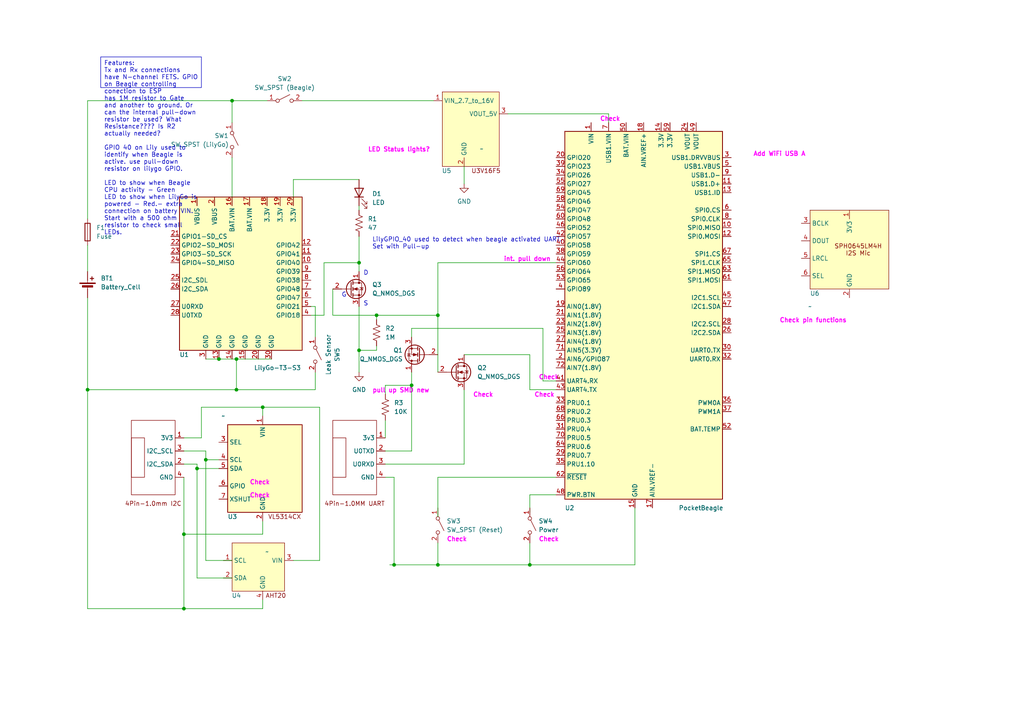
<source format=kicad_sch>
(kicad_sch (version 20230121) (generator eeschema)
  (paper "A4")
  (lib_symbols
    (symbol "AHT20_Temp_Humidity_Sensor_1"
      (property "Reference" "U6" (at 6.35 -5.5908 0))
      (property "Value" "~" (at 0 0 0))
      (symbol "AHT20_Temp_Humidity_Sensor_1_1_1"
        (rectangle (start -10.16 2.54) (end 5.08 -11.43) (fill (type background)))
        (text "AHT20" (at 2.54 -12.7 0) (effects (font (size 1.27 1.27))))
        (pin input line (at -12.7 -2.54 0) (length 2.54) (name "SCL") (number "1"))
        (pin input line (at -12.7 -7.62 0) (length 2.54) (name "SDA") (number "2"))
        (pin power_in line (at 7.62 -2.54 180) (length 2.54) (name "VIN") (number "3"))
        (pin power_in line (at -1.27 -13.97 90) (length 2.54) (name "GND") (number "4"))
      )
    )
    (symbol "Converter_DCDC:Pololu_5V_Step-Up_Voltage_Regulator_U3V16F5"
      (property "Reference" "U" (at -11.43 -6.35 0))
      (symbol "Pololu_5V_Step-Up_Voltage_Regulator_U3V16F5_1_1"
        (rectangle (start -11.43 16.51) (end 5.08 -5.08) (fill (type background)))
        (text "U3V16F5" (at 1.27 -6.35 0) (effects (font (size 1.27 1.27))))
        (pin power_in line (at -13.97 13.97 0) (length 2.54) (name "VIN_2.7_to_16V") (number "1"))
        (pin power_in line (at -5.08 -5.08 90) (length 2.54) (name "GND") (number "2"))
        (pin power_out line (at 7.62 10.16 180) (length 2.54) (name "VOUT_5V") (number "3"))
      )
    )
    (symbol "Device:Battery_Cell" (pin_numbers hide) (pin_names (offset 0) hide)
      (property "Reference" "BT" (at 2.54 2.54 0))
      (property "Value" "Battery_Cell" (at 2.54 0 0))
      (symbol "Battery_Cell_0_1"
        (rectangle (start -2.286 1.778) (end 2.286 1.524) (fill (type outline)))
        (rectangle (start -1.524 1.016) (end 1.524 0.508) (fill (type outline)))
        (polyline (pts (xy 0 0.762) (xy 0 0)))
        (polyline (pts (xy 0 1.778) (xy 0 2.54)))
        (polyline (pts (xy 0.762 3.048) (xy 1.778 3.048)) (stroke (width 0.254)))
        (polyline (pts (xy 1.27 3.556) (xy 1.27 2.54)) (stroke (width 0.254)))
      )
      (symbol "Battery_Cell_1_1"
        (pin passive line (at 0 5.08 270) (length 2.54) (name "+") (number "1"))
        (pin passive line (at 0 -2.54 90) (length 2.54) (name "-") (number "2"))
      )
    )
    (symbol "Device:Fuse" (pin_numbers hide) (pin_names (offset 0))
      (property "Reference" "F" (at 2.032 0 90))
      (property "Value" "Fuse" (at -1.905 0 90))
      (symbol "Fuse_0_1"
        (rectangle (start -0.762 -2.54) (end 0.762 2.54) (stroke (width 0.254)))
        (polyline (pts (xy 0 2.54) (xy 0 -2.54)))
      )
      (symbol "Fuse_1_1"
        (pin passive line (at 0 3.81 270) (length 1.27) (name "~") (number "1"))
        (pin passive line (at 0 -3.81 90) (length 1.27) (name "~") (number "2"))
      )
    )
    (symbol "Device:LED" (pin_numbers hide) (pin_names (offset 1.016) hide)
      (property "Reference" "D" (at 0 2.54 0))
      (property "Value" "LED" (at 0 -2.54 0))
      (symbol "LED_0_1"
        (polyline (pts (xy -1.27 -1.27) (xy -1.27 1.27)) (stroke (width 0.254)))
        (polyline (pts (xy -1.27 0) (xy 1.27 0)))
        (polyline (pts (xy 1.27 -1.27) (xy 1.27 1.27) (xy -1.27 0) (xy 1.27 -1.27)) (stroke (width 0.254)))
        (polyline (pts (xy -3.048 -0.762) (xy -4.572 -2.286) (xy -3.81 -2.286) (xy -4.572 -2.286) (xy -4.572 -1.524)))
        (polyline (pts (xy -1.778 -0.762) (xy -3.302 -2.286) (xy -2.54 -2.286) (xy -3.302 -2.286) (xy -3.302 -1.524)))
      )
      (symbol "LED_1_1"
        (pin passive line (at -3.81 0 0) (length 2.54) (name "K") (number "1"))
        (pin passive line (at 3.81 0 180) (length 2.54) (name "A") (number "2"))
      )
    )
    (symbol "Device:Q_NMOS_DGS" (pin_names (offset 0) hide)
      (property "Reference" "Q" (at 5.08 1.27 0))
      (property "Value" "Q_NMOS_DGS" (at 5.08 -1.27 0))
      (symbol "Q_NMOS_DGS_0_1"
        (polyline (pts (xy 0.254 0) (xy -2.54 0)))
        (polyline (pts (xy 0.254 1.905) (xy 0.254 -1.905)) (stroke (width 0.254)))
        (polyline (pts (xy 0.762 -1.27) (xy 0.762 -2.286)) (stroke (width 0.254)))
        (polyline (pts (xy 0.762 0.508) (xy 0.762 -0.508)) (stroke (width 0.254)))
        (polyline (pts (xy 0.762 2.286) (xy 0.762 1.27)) (stroke (width 0.254)))
        (polyline (pts (xy 2.54 2.54) (xy 2.54 1.778)))
        (polyline (pts (xy 2.54 -2.54) (xy 2.54 0) (xy 0.762 0)))
        (polyline (pts (xy 0.762 -1.778) (xy 3.302 -1.778) (xy 3.302 1.778) (xy 0.762 1.778)))
        (polyline (pts (xy 1.016 0) (xy 2.032 0.381) (xy 2.032 -0.381) (xy 1.016 0)) (fill (type outline)))
        (polyline (pts (xy 2.794 0.508) (xy 2.921 0.381) (xy 3.683 0.381) (xy 3.81 0.254)))
        (polyline (pts (xy 3.302 0.381) (xy 2.921 -0.254) (xy 3.683 -0.254) (xy 3.302 0.381)))
        (circle (center 1.651 0) (radius 2.794) (stroke (width 0.254)))
        (circle (center 2.54 -1.778) (radius 0.254) (fill (type outline)))
        (circle (center 2.54 1.778) (radius 0.254) (fill (type outline)))
      )
      (symbol "Q_NMOS_DGS_1_1"
        (pin passive line (at 2.54 5.08 270) (length 2.54) (name "D") (number "1"))
        (pin input line (at -5.08 0 0) (length 2.54) (name "G") (number "2"))
        (pin passive line (at 2.54 -5.08 90) (length 2.54) (name "S") (number "3"))
      )
    )
    (symbol "Device:R_US" (pin_numbers hide) (pin_names (offset 0))
      (property "Reference" "R" (at 2.54 0 90))
      (property "Value" "R_US" (at -2.54 0 90))
      (symbol "R_US_0_1"
        (polyline (pts (xy 0 -2.286) (xy 0 -2.54)))
        (polyline (pts (xy 0 2.286) (xy 0 2.54)))
        (polyline (pts (xy 0 -0.762) (xy 1.016 -1.143) (xy 0 -1.524) (xy -1.016 -1.905) (xy 0 -2.286)))
        (polyline (pts (xy 0 0.762) (xy 1.016 0.381) (xy 0 0) (xy -1.016 -0.381) (xy 0 -0.762)))
        (polyline (pts (xy 0 2.286) (xy 1.016 1.905) (xy 0 1.524) (xy -1.016 1.143) (xy 0 0.762)))
      )
      (symbol "R_US_1_1"
        (pin passive line (at 0 3.81 270) (length 1.27) (name "~") (number "1"))
        (pin passive line (at 0 -3.81 90) (length 1.27) (name "~") (number "2"))
      )
    )
    (symbol "MCU_Module:LilyGo-T4-S3"
      (property "Reference" "U4" (at 11.0841 5.08 0))
      (property "Value" "LilyGo-T3-S3" (at 11.0841 2.54 0))
      (symbol "LilyGo-T4-S3_0_1"
        (rectangle (start -19.05 -34.29) (end -31.75 -12.7))
        (rectangle (start 17.78 7.62) (end -17.78 52.07) (stroke (width 0.254)) (fill (type background)))
        (rectangle (start 39.37 -34.29) (end 26.67 -12.7))
      )
      (symbol "LilyGo-T4-S3_1_1"
        (rectangle (start -27.94 -29.21) (end -31.75 -17.78))
        (rectangle (start 30.48 -29.21) (end 26.67 -17.78))
        (text "4Pin-1.0mm I2C" (at -25.4 -36.83 0) (effects (font (size 1.27 1.27))))
        (text "4Pin-1.0MM UART" (at 33.02 -36.83 0) (effects (font (size 1.27 1.27))))
        (pin power_out line (at -16.51 -17.78 180) (length 2.54) (name "3V3") (number "1"))
        (pin power_out line (at 41.91 -17.78 180) (length 2.54) (name "3v3") (number "1"))
        (pin power_in line (at -12.7 52.07 270) (length 2.54) (name "VBUS") (number "1"))
        (pin bidirectional line (at 20.32 33.02 180) (length 2.54) (name "GPIO40") (number "10"))
        (pin bidirectional line (at 20.32 35.56 180) (length 2.54) (name "GPIO41") (number "11"))
        (pin bidirectional line (at 20.32 38.1 180) (length 2.54) (name "GPIO42") (number "12"))
        (pin power_in line (at -6.35 5.08 90) (length 2.54) (name "GND") (number "13"))
        (pin power_in line (at -2.54 5.08 90) (length 2.54) (name "GND") (number "14"))
        (pin power_in line (at 1.27 5.08 90) (length 2.54) (name "GND") (number "15"))
        (pin power_in line (at -2.54 52.07 270) (length 2.54) (name "BAT.VIN") (number "16"))
        (pin power_in line (at 2.54 52.07 270) (length 2.54) (name "BAT.VIN") (number "17"))
        (pin power_out line (at 7.62 52.07 270) (length 2.54) (name "3.3V") (number "18"))
        (pin power_out line (at 11.43 52.07 270) (length 2.54) (name "3.3V") (number "19"))
        (pin bidirectional line (at -16.51 -25.4 180) (length 2.54) (name "I2C_SDA") (number "2"))
        (pin bidirectional line (at 41.91 -21.59 180) (length 2.54) (name "U0TXD") (number "2"))
        (pin power_in line (at -7.62 52.07 270) (length 2.54) (name "VBUS") (number "2"))
        (pin power_in line (at 5.08 5.08 90) (length 2.54) (name "GND") (number "20"))
        (pin bidirectional line (at -20.32 40.64 0) (length 2.54) (name "GPIO1-SD_CS") (number "21"))
        (pin bidirectional line (at -20.32 38.1 0) (length 2.54) (name "GPIO2-SD_MOSI") (number "22"))
        (pin bidirectional line (at -20.32 35.56 0) (length 2.54) (name "GPIO3-SD_SCK") (number "23"))
        (pin bidirectional line (at -20.32 33.02 0) (length 2.54) (name "GPIO4-SD_MISO") (number "24"))
        (pin bidirectional line (at -20.32 27.94 0) (length 2.54) (name "I2C_SDL") (number "25"))
        (pin bidirectional line (at -20.32 25.4 0) (length 2.54) (name "I2C_SDA") (number "26"))
        (pin bidirectional line (at -20.32 20.32 0) (length 2.54) (name "U0RXD") (number "27"))
        (pin bidirectional line (at -20.32 17.78 0) (length 2.54) (name "U0TXD") (number "28"))
        (pin power_out line (at 15.24 52.07 270) (length 2.54) (name "3.3V") (number "29"))
        (pin power_in line (at -10.16 5.08 90) (length 2.54) (name "GND") (number "3"))
        (pin output line (at -16.51 -21.59 180) (length 2.54) (name "I2C_SCL") (number "3"))
        (pin bidirectional line (at 41.91 -25.4 180) (length 2.54) (name "U0RXD") (number "3"))
        (pin power_in line (at 8.89 5.08 90) (length 2.54) (name "GND") (number "30"))
        (pin power_out line (at -16.51 -29.21 180) (length 2.54) (name "GND") (number "4"))
        (pin power_out line (at 41.91 -29.21 180) (length 2.54) (name "GND") (number "4"))
        (pin bidirectional line (at 20.32 17.78 180) (length 2.54) (name "GPIO18") (number "4"))
        (pin bidirectional line (at 20.32 20.32 180) (length 2.54) (name "GPIO21") (number "5"))
        (pin bidirectional line (at 20.32 22.86 180) (length 2.54) (name "GPIO47") (number "6"))
        (pin bidirectional line (at 20.32 25.4 180) (length 2.54) (name "GPIO48") (number "7"))
        (pin bidirectional line (at 20.32 27.94 180) (length 2.54) (name "GPIO38") (number "8"))
        (pin bidirectional line (at 20.32 30.48 180) (length 2.54) (name "GPIO39") (number "9"))
      )
    )
    (symbol "MCU_Module:PocketBeagle"
      (property "Reference" "U1" (at 4.7341 -55.88 0))
      (property "Value" "PocketBeagle" (at 4.7341 -58.42 0))
      (symbol "PocketBeagle_0_1"
        (rectangle (start -22.86 53.34) (end 22.86 -53.34) (stroke (width 0.254)) (fill (type background)))
      )
      (symbol "PocketBeagle_1_1"
        (pin power_in line (at -15.24 55.88 270) (length 2.54) (name "VIN") (number "1"))
        (pin bidirectional line (at 25.4 25.4 180) (length 2.54) (name "SPI0.MISO") (number "10"))
        (pin bidirectional line (at 25.4 38.1 180) (length 2.54) (name "USB1.D+") (number "11"))
        (pin bidirectional line (at 25.4 22.86 180) (length 2.54) (name "SPI0.MOSI") (number "12"))
        (pin input line (at 25.4 35.56 180) (length 2.54) (name "USB1.ID") (number "13"))
        (pin power_out line (at 5.08 55.88 270) (length 2.54) (name "3.3V") (number "14"))
        (pin power_in line (at -2.54 -55.88 90) (length 2.54) (name "GND") (number "15"))
        (pin passive line (at -2.54 -55.88 90) (length 2.54) hide (name "GND") (number "16"))
        (pin power_in line (at 2.54 -55.88 90) (length 2.54) (name "AIN.VREF-") (number "17"))
        (pin power_in line (at 0 55.88 270) (length 2.54) (name "AIN.VREF+") (number "18"))
        (pin input line (at -25.4 2.54 0) (length 2.54) (name "AIN0(1.8V)") (number "19"))
        (pin bidirectional line (at -25.4 -12.7 0) (length 2.54) (name "AIN6/GPIO87") (number "2"))
        (pin bidirectional line (at -25.4 45.72 0) (length 2.54) (name "GPIO20") (number "20"))
        (pin input line (at -25.4 0 0) (length 2.54) (name "AIN1(1.8V)") (number "21"))
        (pin passive line (at -2.54 -55.88 90) (length 2.54) hide (name "GND") (number "22"))
        (pin input line (at -25.4 -2.54 0) (length 2.54) (name "AIN2(1.8V)") (number "23"))
        (pin power_out line (at 12.7 55.88 270) (length 2.54) (name "VOUT") (number "24"))
        (pin input line (at -25.4 -5.08 0) (length 2.54) (name "AIN3(1.8V)") (number "25"))
        (pin bidirectional line (at 25.4 -5.08 180) (length 2.54) (name "I2C2.SDA") (number "26"))
        (pin input line (at -25.4 -7.62 0) (length 2.54) (name "AIN4(1.8V)") (number "27"))
        (pin bidirectional line (at 25.4 -2.54 180) (length 2.54) (name "I2C2.SCL") (number "28"))
        (pin bidirectional line (at -25.4 -40.64 0) (length 2.54) (name "PRU0.7") (number "29"))
        (pin output line (at 25.4 45.72 180) (length 2.54) (name "USB1.DRVVBUS") (number "3"))
        (pin bidirectional line (at 25.4 -10.16 180) (length 2.54) (name "UART0.TX") (number "30"))
        (pin bidirectional line (at -25.4 -33.02 0) (length 2.54) (name "PRU0.4") (number "31"))
        (pin bidirectional line (at 25.4 -12.7 180) (length 2.54) (name "UART0.RX") (number "32"))
        (pin bidirectional line (at -25.4 -25.4 0) (length 2.54) (name "PRU0.1") (number "33"))
        (pin bidirectional line (at -25.4 40.64 0) (length 2.54) (name "GPIO26") (number "34"))
        (pin bidirectional line (at -25.4 -43.18 0) (length 2.54) (name "PRU1.10") (number "35"))
        (pin bidirectional line (at 25.4 -25.4 180) (length 2.54) (name "PWM0A") (number "36"))
        (pin bidirectional line (at 25.4 -27.94 180) (length 2.54) (name "PWM1A") (number "37"))
        (pin bidirectional line (at -25.4 17.78 0) (length 2.54) (name "GPIO59") (number "38"))
        (pin bidirectional line (at -25.4 43.18 0) (length 2.54) (name "GPIO23") (number "39"))
        (pin bidirectional line (at -25.4 7.62 0) (length 2.54) (name "GPIO89") (number "4"))
        (pin bidirectional line (at -25.4 20.32 0) (length 2.54) (name "GPIO58") (number "40"))
        (pin bidirectional line (at -25.4 -19.05 0) (length 2.54) (name "UART4.RX") (number "41"))
        (pin bidirectional line (at -25.4 22.86 0) (length 2.54) (name "GPIO57") (number "42"))
        (pin bidirectional line (at -25.4 -21.59 0) (length 2.54) (name "UART4.TX") (number "43"))
        (pin bidirectional line (at -25.4 15.24 0) (length 2.54) (name "GPIO60") (number "44"))
        (pin bidirectional line (at 25.4 5.08 180) (length 2.54) (name "I2C1.SCL") (number "45"))
        (pin bidirectional line (at -25.4 25.4 0) (length 2.54) (name "GPIO52") (number "46"))
        (pin bidirectional line (at 25.4 2.54 180) (length 2.54) (name "I2C1.SDA") (number "47"))
        (pin input line (at -25.4 -52.07 0) (length 2.54) (name "PWR.BTN") (number "48"))
        (pin power_out line (at 15.24 55.88 270) (length 2.54) (name "VOUT") (number "49"))
        (pin input line (at 25.4 43.18 180) (length 2.54) (name "USB1.VBUS") (number "5"))
        (pin power_in line (at -5.08 55.88 270) (length 2.54) (name "BAT.VIN") (number "50"))
        (pin passive line (at -2.54 -55.88 90) (length 2.54) hide (name "GND") (number "51"))
        (pin passive line (at 25.4 -33.02 180) (length 2.54) (name "BAT.TEMP") (number "52"))
        (pin bidirectional line (at -25.4 10.16 0) (length 2.54) (name "GPIO65") (number "53"))
        (pin bidirectional line (at -25.4 30.48 0) (length 2.54) (name "GPIO47") (number "54"))
        (pin bidirectional line (at -25.4 38.1 0) (length 2.54) (name "GPIO27") (number "55"))
        (pin bidirectional line (at -25.4 12.7 0) (length 2.54) (name "GPIO64") (number "56"))
        (pin passive line (at -2.54 -55.88 90) (length 2.54) hide (name "GND") (number "57"))
        (pin bidirectional line (at -25.4 33.02 0) (length 2.54) (name "GPIO46") (number "58"))
        (pin power_out line (at 7.62 55.88 270) (length 2.54) (name "3.3V") (number "59"))
        (pin bidirectional line (at 25.4 30.48 180) (length 2.54) (name "SPI0.CS") (number "6"))
        (pin bidirectional line (at -25.4 27.94 0) (length 2.54) (name "GPIO48") (number "60"))
        (pin bidirectional line (at 25.4 10.16 180) (length 2.54) (name "SPI1.MOSI") (number "61"))
        (pin input line (at -25.4 -46.99 0) (length 2.54) (name "~{RESET}") (number "62"))
        (pin bidirectional line (at 25.4 12.7 180) (length 2.54) (name "SPI1.MISO") (number "63"))
        (pin bidirectional line (at -25.4 -38.1 0) (length 2.54) (name "PRU0.6") (number "64"))
        (pin bidirectional line (at 25.4 15.24 180) (length 2.54) (name "SPI1.CLK") (number "65"))
        (pin bidirectional line (at -25.4 -30.48 0) (length 2.54) (name "PRU0.3") (number "66"))
        (pin bidirectional line (at 25.4 17.78 180) (length 2.54) (name "SPI1.CS") (number "67"))
        (pin bidirectional line (at -25.4 -27.94 0) (length 2.54) (name "PRU0.2") (number "68"))
        (pin bidirectional line (at -25.4 35.56 0) (length 2.54) (name "GPIO45") (number "69"))
        (pin power_in line (at -10.16 55.88 270) (length 2.54) (name "USB1.VIN") (number "7"))
        (pin bidirectional line (at -25.4 -35.56 0) (length 2.54) (name "PRU0.5") (number "70"))
        (pin input line (at -25.4 -10.16 0) (length 2.54) (name "AIN5(3.3V)") (number "71"))
        (pin input line (at -25.4 -15.24 0) (length 2.54) (name "AIN7(1.8V)") (number "72"))
        (pin bidirectional line (at 25.4 27.94 180) (length 2.54) (name "SPI0.CLK") (number "8"))
        (pin bidirectional line (at 25.4 40.64 180) (length 2.54) (name "USB1.D-") (number "9"))
      )
    )
    (symbol "Sensor_Audio:Adafruit_I2S_MEMS_Microphone"
      (property "Reference" "U" (at -5.08 -6.35 0))
      (symbol "Adafruit_I2S_MEMS_Microphone_1_1"
        (rectangle (start -5.08 17.78) (end 17.78 -5.08) (fill (type background)))
        (text "SPH0645LM4H\nI2S Mic" (at 8.89 6.35 0) (effects (font (size 1.27 1.27))))
        (pin power_in line (at 6.35 17.78 270) (length 2.54) (name "3V3") (number "1"))
        (pin power_in line (at 6.35 -7.62 90) (length 2.54) (name "GND") (number "2"))
        (pin input line (at -7.62 13.97 0) (length 2.54) (name "BCLK") (number "3"))
        (pin output line (at -7.62 8.89 0) (length 2.54) (name "DOUT") (number "4"))
        (pin input line (at -7.62 3.81 0) (length 2.54) (name "LRCL") (number "5"))
        (pin input line (at -7.62 -1.27 0) (length 2.54) (name "SEL") (number "6"))
      )
    )
    (symbol "Sensor_Distance:Adafruit_VL53L4CX_ToF_Sensor"
      (property "Reference" "U5" (at 22.86 12.8877 0))
      (property "Value" "~" (at -1.27 29.21 0))
      (symbol "Adafruit_VL53L4CX_ToF_Sensor_0_1"
        (rectangle (start 0 26.67) (end 21.59 1.27) (stroke (width 0.254)) (fill (type background)))
      )
      (symbol "Adafruit_VL53L4CX_ToF_Sensor_1_0"
        (text "VL5314CX" (at 16.51 0 0) (effects (font (size 1.27 1.27))))
      )
      (symbol "Adafruit_VL53L4CX_ToF_Sensor_1_1"
        (pin power_in line (at 10.16 29.21 270) (length 2.54) (name "VIN") (number "1"))
        (pin power_in line (at 10.16 -1.27 90) (length 2.54) (name "GND") (number "2"))
        (pin open_collector line (at -2.54 21.59 0) (length 2.54) (name "SEL") (number "3"))
        (pin bidirectional line (at -2.54 16.51 0) (length 2.54) (name "SCL") (number "4"))
        (pin input line (at -2.54 13.97 0) (length 2.54) (name "SDA") (number "5"))
        (pin input line (at -2.54 8.89 0) (length 2.54) (name "GPIO") (number "6"))
        (pin input line (at -2.54 5.08 0) (length 2.54) (name "XSHUT") (number "7"))
      )
    )
    (symbol "Switch:SW_SPST" (pin_names (offset 0) hide)
      (property "Reference" "SW" (at 0 3.175 0))
      (property "Value" "SW_SPST" (at 0 -2.54 0))
      (symbol "SW_SPST_0_0"
        (circle (center -2.032 0) (radius 0.508))
        (polyline (pts (xy -1.524 0.254) (xy 1.524 1.778)))
        (circle (center 2.032 0) (radius 0.508))
      )
      (symbol "SW_SPST_1_1"
        (pin passive line (at -5.08 0 0) (length 2.54) (name "A") (number "1"))
        (pin passive line (at 5.08 0 180) (length 2.54) (name "B") (number "2"))
      )
    )
    (symbol "power:GND" (power) (pin_names (offset 0))
      (property "Value" "GND" (at 0 -3.81 0))
      (symbol "GND_0_1"
        (polyline (pts (xy 0 0) (xy 0 -1.27) (xy 1.27 -1.27) (xy 0 -2.54) (xy -1.27 -1.27) (xy 0 -1.27)))
      )
      (symbol "GND_1_1"
        (pin power_in line (at 0 0 270) (length 0) hide (name "GND") (number "1"))
      )
    )
  )
  (junction (at 104.14 101.6))
  (junction (at 53.34 176.53))
  (junction (at 53.34 154.94))
  (junction (at 114.3 163.83))
  (junction (at 57.15 135.89))
  (junction (at 127 163.83))
  (junction (at 127 91.44))
  (junction (at 68.58 104.14))
  (junction (at 67.31 29.21))
  (junction (at 109.22 91.44))
  (junction (at 119.38 111.76))
  (junction (at 63.5 104.14))
  (junction (at 59.69 133.35))
  (junction (at 153.67 163.83))
  (junction (at 76.2 118.11))
  (junction (at 25.4 113.03))
  (junction (at 68.58 113.03))
  (junction (at 104.14 76.2))
  (wire (pts (xy 57.15 135.89) (xy 57.15 134.62)))
  (wire (pts (xy 111.76 111.76) (xy 119.38 111.76)))
  (wire (pts (xy 68.58 104.14) (xy 68.58 113.03)))
  (wire (pts (xy 90.17 88.9) (xy 91.44 88.9)))
  (wire (pts (xy 53.34 154.94) (xy 76.2 154.94)))
  (wire (pts (xy 111.76 121.92) (xy 111.76 127)))
  (wire (pts (xy 111.76 114.3) (xy 111.76 111.76)))
  (wire (pts (xy 127 138.43) (xy 127 149.86)))
  (wire (pts (xy 109.22 91.44) (xy 109.22 92.71)))
  (wire (pts (xy 53.34 127) (xy 58.42 127)))
  (wire (pts (xy 127 163.83) (xy 153.67 163.83)))
  (wire (pts (xy 127 91.44) (xy 127 107.95)))
  (wire (pts (xy 57.15 167.64) (xy 67.31 167.64)))
  (wire (pts (xy 104.14 52.07) (xy 85.09 52.07)))
  (wire (pts (xy 184.15 147.32) (xy 184.15 163.83)))
  (wire (pts (xy 127 157.48) (xy 127 163.83)))
  (wire (pts (xy 91.44 88.9) (xy 91.44 97.79)))
  (wire (pts (xy 67.31 45.72) (xy 67.31 57.15)))
  (wire (pts (xy 114.3 163.83) (xy 127 163.83)))
  (wire (pts (xy 53.34 130.81) (xy 59.69 130.81)))
  (wire (pts (xy 134.62 48.26) (xy 134.62 53.34)))
  (wire (pts (xy 90.17 91.44) (xy 93.98 91.44)))
  (wire (pts (xy 53.34 154.94) (xy 53.34 176.53)))
  (wire (pts (xy 59.69 133.35) (xy 59.69 162.56)))
  (wire (pts (xy 96.52 91.44) (xy 109.22 91.44)))
  (wire (pts (xy 25.4 29.21) (xy 67.31 29.21)))
  (wire (pts (xy 76.2 118.11) (xy 92.71 118.11)))
  (wire (pts (xy 68.58 113.03) (xy 91.44 113.03)))
  (wire (pts (xy 76.2 173.99) (xy 76.2 176.53)))
  (wire (pts (xy 91.44 107.95) (xy 91.44 113.03)))
  (wire (pts (xy 119.38 95.25) (xy 119.38 97.79)))
  (wire (pts (xy 57.15 135.89) (xy 57.15 167.64)))
  (wire (pts (xy 63.5 104.14) (xy 68.58 104.14)))
  (wire (pts (xy 92.71 118.11) (xy 92.71 162.56)))
  (wire (pts (xy 59.69 133.35) (xy 63.5 133.35)))
  (wire (pts (xy 153.67 113.03) (xy 161.29 113.03)))
  (wire (pts (xy 104.14 101.6) (xy 109.22 101.6)))
  (wire (pts (xy 157.48 110.49) (xy 161.29 110.49)))
  (wire (pts (xy 58.42 118.11) (xy 76.2 118.11)))
  (wire (pts (xy 58.42 127) (xy 58.42 118.11)))
  (wire (pts (xy 59.69 130.81) (xy 59.69 133.35)))
  (wire (pts (xy 134.62 102.87) (xy 153.67 102.87)))
  (wire (pts (xy 153.67 102.87) (xy 153.67 113.03)))
  (wire (pts (xy 119.38 111.76) (xy 119.38 130.81)))
  (wire (pts (xy 113.03 163.83) (xy 114.3 163.83)))
  (wire (pts (xy 93.98 76.2) (xy 104.14 76.2)))
  (wire (pts (xy 25.4 113.03) (xy 68.58 113.03)))
  (wire (pts (xy 25.4 176.53) (xy 53.34 176.53)))
  (wire (pts (xy 25.4 113.03) (xy 25.4 176.53)))
  (wire (pts (xy 153.67 143.51) (xy 153.67 148.59)))
  (wire (pts (xy 127 138.43) (xy 161.29 138.43)))
  (wire (pts (xy 63.5 104.14) (xy 59.69 104.14)))
  (wire (pts (xy 104.14 60.96) (xy 104.14 59.69)))
  (wire (pts (xy 87.63 29.21) (xy 125.73 29.21)))
  (wire (pts (xy 104.14 101.6) (xy 104.14 107.95)))
  (wire (pts (xy 85.09 52.07) (xy 85.09 57.15)))
  (wire (pts (xy 157.48 95.25) (xy 157.48 110.49)))
  (wire (pts (xy 25.4 71.12) (xy 25.4 78.74)))
  (wire (pts (xy 134.62 113.03) (xy 134.62 134.62)))
  (wire (pts (xy 153.67 157.48) (xy 153.67 163.83)))
  (wire (pts (xy 53.34 176.53) (xy 76.2 176.53)))
  (wire (pts (xy 25.4 63.5) (xy 25.4 29.21)))
  (wire (pts (xy 111.76 138.43) (xy 114.3 138.43)))
  (wire (pts (xy 76.2 151.13) (xy 76.2 154.94)))
  (wire (pts (xy 59.69 162.56) (xy 67.31 162.56)))
  (wire (pts (xy 104.14 76.2) (xy 104.14 78.74)))
  (wire (pts (xy 25.4 86.36) (xy 25.4 113.03)))
  (wire (pts (xy 57.15 135.89) (xy 63.5 135.89)))
  (wire (pts (xy 119.38 95.25) (xy 157.48 95.25)))
  (wire (pts (xy 127 76.2) (xy 127 91.44)))
  (wire (pts (xy 67.31 29.21) (xy 77.47 29.21)))
  (wire (pts (xy 119.38 107.95) (xy 119.38 111.76)))
  (wire (pts (xy 109.22 100.33) (xy 109.22 101.6)))
  (wire (pts (xy 93.98 76.2) (xy 93.98 91.44)))
  (wire (pts (xy 104.14 88.9) (xy 104.14 101.6)))
  (wire (pts (xy 76.2 118.11) (xy 76.2 120.65)))
  (wire (pts (xy 127 76.2) (xy 161.29 76.2)))
  (wire (pts (xy 161.29 143.51) (xy 153.67 143.51)))
  (wire (pts (xy 111.76 134.62) (xy 134.62 134.62)))
  (wire (pts (xy 96.52 83.82) (xy 96.52 91.44)))
  (wire (pts (xy 104.14 68.58) (xy 104.14 76.2)))
  (wire (pts (xy 114.3 138.43) (xy 114.3 163.83)))
  (wire (pts (xy 67.31 29.21) (xy 67.31 35.56)))
  (wire (pts (xy 111.76 130.81) (xy 119.38 130.81)))
  (wire (pts (xy 109.22 91.44) (xy 127 91.44)))
  (wire (pts (xy 153.67 163.83) (xy 184.15 163.83)))
  (wire (pts (xy 53.34 134.62) (xy 57.15 134.62)))
  (wire (pts (xy 176.53 33.02) (xy 176.53 35.56)))
  (wire (pts (xy 147.32 33.02) (xy 176.53 33.02)))
  (wire (pts (xy 85.09 162.56) (xy 92.71 162.56)))
  (wire (pts (xy 53.34 138.43) (xy 53.34 154.94)))
  (wire (pts (xy 68.58 104.14) (xy 78.74 104.14)))
  (text_box "Features:\nTx and Rx connections have N-channel FETS. GPIO on Beagle controlling conection to ESP\nhas 1M resistor to Gate and another to ground. Or can the internal pull-down resistor be used? What\nResistance???? Is R2 actually needed?\n\nGPIO 40 on Lily used to identify when Beagle is active. use pull-down resistor on lilygo GPIO.\n\nLED to show when Beagle CPU activity - Green\nLED to show when LilyGo is powered - Red.- extra connection on battery VIN.\nStart with a 500 ohm resistor to check small LEDs.\n\n\n\n\n\n" (at 29.21 16.51 0) (size 29.21 8.89) (effects (font (size 1.27 1.27)) (justify left top)))
  (text "LilyGPIO_40 used to detect when beagle activated UART.\nSet with Pull-up\n" (at 107.95 72.39 0) (effects (font (size 1.27 1.27)) (justify left bottom)))
  (text "G" (at 99.06 86.36 0) (effects (font (size 1.27 1.27)) (justify left bottom)))
  (text "S" (at 105.41 88.9 0) (effects (font (size 1.27 1.27)) (justify left bottom)))
  (text "D" (at 105.41 80.01 0) (effects (font (size 1.27 1.27)) (justify left bottom)))
  (label "pull up SMD new" (at 107.95 114.3 0) (effects (font (thickness 0.254) bold)))
  (label "Check" (at 137.16 115.57 0) (effects (font (thickness 0.254) bold)))
  (label "Add WiFi USB A" (at 218.44 45.72 0) (effects (font (thickness 0.254) bold)))
  (label "LED Status lights?" (at 106.68 44.45 0) (effects (font bold)))
  (label "Check" (at 156.21 110.49 0) (effects (font (thickness 0.254) bold)))
  (label "Check" (at 72.39 140.97 0) (effects (font (thickness 0.254) bold)))
  (label "Check" (at 154.94 115.57 0) (effects (font (thickness 0.254) bold)))
  (label "Check pin functions" (at 226.06 93.98 0) (effects (font (thickness 0.254) bold)))
  (label "Check" (at 156.21 157.48 0) (effects (font (thickness 0.254) bold)))
  (label "Check" (at 72.39 144.78 0) (effects (font (thickness 0.254) bold)))
  (label "int. pull down" (at 146.05 76.2 0) (effects (font (thickness 0.254) bold)))
  (label "Check" (at 129.54 157.48 0) (effects (font (thickness 0.254) bold)))
  (label "Check" (at 173.99 35.56 0) (effects (font (thickness 0.254) bold)))
  (symbol (lib_id "Sensor_Distance:Adafruit_VL53L4CX_ToF_Sensor") (at 66.04 149.86 0) (unit 1)
    (property "Reference" "U3" (at 66.04 149.86 0) (effects (justify left)))
    (property "Value" "~" (at 64.77 120.65 0))
    (property "Datasheet" "https://learn.adafruit.com/adafruit-vl53l4cx-time-of-flight-distance-sensor" (effects hide))
  )
  (symbol (lib_name "AHT20_Temp_Humidity_Sensor_1") (lib_id "Sensor:AHT20_Temp_Humidity_Sensor") (at 77.47 160.02 0) (unit 1)
    (property "Reference" "U4" (at 68.58 172.72 0))
    (property "Value" "~" (at 77.47 160.02 0))
    (property "Datasheet" "https://www.adafruit.com/product/4566" (effects hide))
  )
  (symbol (lib_id "Switch:SW_SPST") (at 67.31 40.64 270) (unit 1)
    (property "Reference" "SW1" (at 62.23 39.37 90) (effects (justify left)))
    (property "Value" "SW_SPST (LilyGo)" (at 49.53 41.91 90) (effects (justify left)))
  )
  (symbol (lib_id "Switch:SW_SPST") (at 153.67 152.4 270) (unit 1)
    (property "Reference" "SW4" (at 156.21 151.13 90) (effects (justify left)))
    (property "Value" "Power" (at 156.21 153.67 90) (effects (justify left)))
  )
  (symbol (lib_id "Switch:SW_SPST") (at 91.44 102.87 270) (unit 1)
    (property "Reference" "SW5" (at 97.79 102.87 0))
    (property "Value" "Leak Sensor" (at 95.25 102.87 0))
  )
  (symbol (lib_id "Device:R_US") (at 109.22 96.52 0) (unit 1)
    (property "Reference" "R2" (at 111.76 95.25 0) (effects (justify left)))
    (property "Value" "1M" (at 111.76 97.79 0) (effects (justify left)))
  )
  (symbol (lib_id "Switch:SW_SPST") (at 82.55 29.21 0) (unit 1)
    (property "Reference" "SW2" (at 82.55 22.86 0))
    (property "Value" "SW_SPST (Beagle)" (at 82.55 25.4 0))
  )
  (symbol (lib_id "Device:Battery_Cell") (at 25.4 83.82 0) (unit 1)
    (property "Reference" "BT1" (at 29.21 80.7085 0) (effects (justify left)))
    (property "Value" "Battery_Cell" (at 29.21 83.2485 0) (effects (justify left)))
  )
  (symbol (lib_id "Device:Q_NMOS_DGS") (at 132.08 107.95 0) (unit 1)
    (property "Reference" "Q2" (at 138.43 106.68 0) (effects (justify left)))
    (property "Value" "Q_NMOS_DGS" (at 138.43 109.22 0) (effects (justify left)))
  )
  (symbol (lib_id "MCU_Module:PocketBeagle") (at 186.69 91.44 0) (unit 1)
    (property "Reference" "U2" (at 163.83 147.32 0) (effects (justify left)))
    (property "Value" "PocketBeagle" (at 196.85 147.32 0) (effects (justify left)))
    (property "Footprint" "Module:BeagleBoard_PocketBeagle" (effects hide))
    (property "Datasheet" "https://github.com/beagleboard/pocketbeagle/wiki/System-Reference-Manual" (effects hide))
  )
  (symbol (lib_id "Device:R_US") (at 104.14 64.77 0) (unit 1)
    (property "Reference" "R1" (at 106.68 63.5 0) (effects (justify left)))
    (property "Value" "47" (at 106.68 66.04 0) (effects (justify left)))
  )
  (symbol (lib_id "MCU_Module:LilyGo-T4-S3") (at 69.85 109.22 0) (unit 1)
    (property "Reference" "U1" (at 52.07 102.87 0) (effects (justify left)))
    (property "Value" "LilyGo-T3-S3" (at 73.66 106.68 0) (effects (justify left)))
    (property "Footprint" "Module:LilyGo_T4_ESP-S3R8" (effects hide))
    (property "Datasheet" "https://github.com/Xinyuan-LilyGO/LilyGo-AMOLED-Series" (effects hide))
  )
  (symbol (lib_id "Device:LED") (at 104.14 55.88 90) (unit 1)
    (property "Reference" "D1" (at 107.95 56.1975 90) (effects (justify right)))
    (property "Value" "LED" (at 107.95 58.7375 90) (effects (justify right)))
  )
  (symbol (lib_id "Converter_DCDC:Pololu_5V_Step-Up_Voltage_Regulator_U3V16F5") (at 139.7 43.18 0) (unit 1)
    (property "Reference" "U5" (at 129.54 49.53 0))
    (property "Value" "~" (at 139.7 43.18 0))
    (property "Datasheet" "https://www.pololu.com/product/4941" (effects hide))
  )
  (symbol (lib_id "Switch:SW_SPST") (at 127 152.4 270) (unit 1)
    (property "Reference" "SW3" (at 129.54 151.13 90) (effects (justify left)))
    (property "Value" "SW_SPST (Reset)" (at 129.54 153.67 90) (effects (justify left)))
  )
  (symbol (lib_id "power:GND") (at 104.14 107.95 0) (unit 1)
    (property "Reference" "#PWR03" (effects hide))
    (property "Value" "GND" (at 104.14 113.03 0))
  )
  (symbol (lib_id "Device:Fuse") (at 25.4 67.31 0) (unit 1)
    (property "Reference" "F1" (at 27.94 66.04 0) (effects (justify left)))
    (property "Value" "Fuse" (at 27.94 68.58 0) (effects (justify left)))
  )
  (symbol (lib_id "power:GND") (at 134.62 53.34 0) (unit 1)
    (property "Reference" "#PWR01" (effects hide))
    (property "Value" "GND" (at 134.62 58.42 0))
  )
  (symbol (lib_id "Sensor_Audio:Adafruit_I2S_MEMS_Microphone") (at 240.03 78.74 0) (unit 1)
    (property "Reference" "U6" (at 234.95 85.09 0) (effects (justify left)))
    (property "Value" "~" (at 234.95 88.9 0))
    (property "Datasheet" "https://www.adafruit.com/product/3421" (effects hide))
  )
  (symbol (lib_id "Device:Q_NMOS_DGS") (at 101.6 83.82 0) (unit 1)
    (property "Reference" "Q3" (at 107.95 82.55 0) (effects (justify left)))
    (property "Value" "Q_NMOS_DGS" (at 107.95 85.09 0) (effects (justify left)))
  )
  (symbol (lib_id "Device:R_US") (at 111.76 118.11 0) (unit 1)
    (property "Reference" "R3" (at 114.3 116.84 0) (effects (justify left)))
    (property "Value" "10K" (at 114.3 119.38 0) (effects (justify left)))
  )
  (symbol (lib_id "Device:Q_NMOS_DGS") (at 121.92 102.87 180) (unit 1)
    (property "Reference" "Q1" (at 116.84 101.6 0) (effects (justify left)))
    (property "Value" "Q_NMOS_DGS" (at 116.84 104.14 0) (effects (justify left)))
  )
)
</source>
